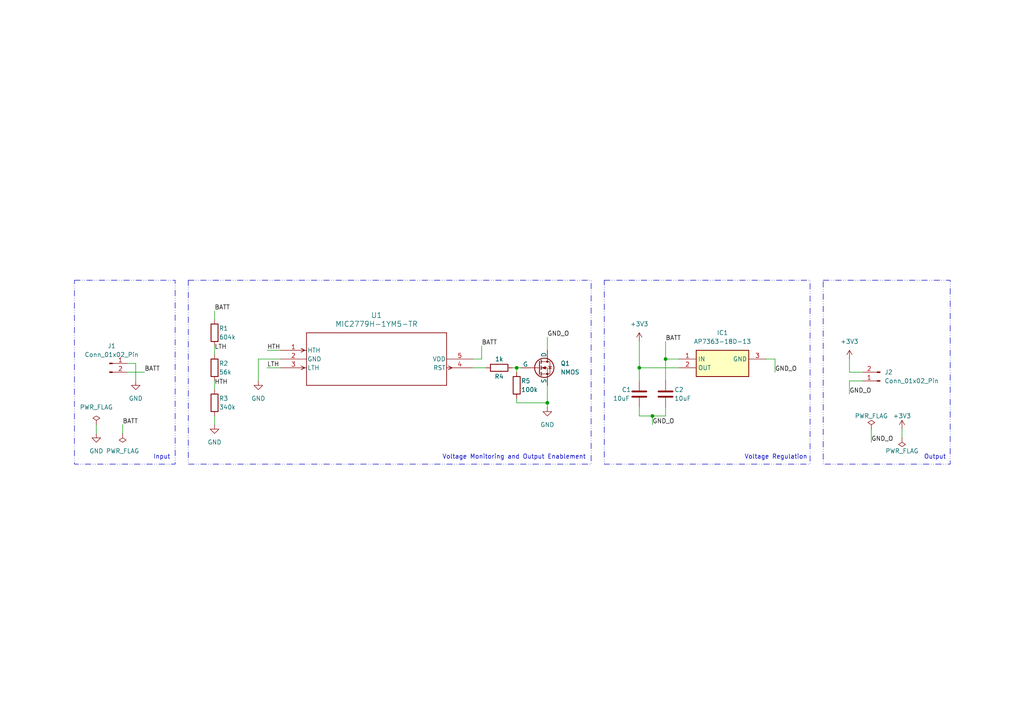
<source format=kicad_sch>
(kicad_sch (version 20230121) (generator eeschema)
  (paper "A4")
  (title_block (title "Battery Regulator Module") (date "2024-01-26") (rev "v1") (company "© John Greenwell 2024"))
  (lib_symbols
    (symbol "2024-01-25_14-08-50:MIC2779H-1YM5-TR" (pin_names (offset 0.254))
      (property "Reference" "U" (at 27.94 10.16 0))
      (property "Value" "MIC2779H-1YM5-TR" (at 27.94 7.62 0))
      (symbol "MIC2779H-1YM5-TR_0_1"
        (polyline (pts (xy 7.0993 -5.08) (xy 6.0579 -5.6007)) (stroke (width 0.2032)))
        (polyline (pts (xy 7.0993 -5.08) (xy 6.0579 -4.5593)) (stroke (width 0.2032)))
        (polyline (pts (xy 7.0993 0) (xy 6.0579 -0.5207)) (stroke (width 0.2032)))
        (polyline (pts (xy 7.0993 0) (xy 6.0579 0.5207)) (stroke (width 0.2032)))
        (polyline (pts (xy 7.62 -10.16) (xy 48.26 -10.16)) (stroke (width 0.2032)))
        (polyline (pts (xy 7.62 5.08) (xy 7.62 -10.16)) (stroke (width 0.2032)))
        (polyline (pts (xy 48.26 -10.16) (xy 48.26 5.08)) (stroke (width 0.2032)))
        (polyline (pts (xy 48.26 5.08) (xy 7.62 5.08)) (stroke (width 0.2032)))
        (polyline (pts (xy 48.7807 -5.6007) (xy 49.8221 -5.08)) (stroke (width 0.2032)))
        (polyline (pts (xy 48.7807 -4.5593) (xy 49.8221 -5.08)) (stroke (width 0.2032)))
        (pin input line (at 0 0 0) (length 7.62) (name "HTH") (number "1"))
        (pin power_in line (at 0 -2.54 0) (length 7.62) (name "GND") (number "2"))
        (pin input line (at 0 -5.08 0) (length 7.62) (name "LTH") (number "3"))
        (pin output line (at 55.88 -5.08 180) (length 7.62) (name "RST") (number "4"))
        (pin power_in line (at 55.88 -2.54 180) (length 7.62) (name "VDD") (number "5"))
      )
    )
    (symbol "AP7363-18D-13:AP7363-18D-13"
      (property "Reference" "IC" (at 21.59 7.62 0))
      (property "Value" "AP7363-18D-13" (at 21.59 5.08 0))
      (symbol "AP7363-18D-13_1_1"
        (rectangle (start 5.08 2.54) (end 20.32 -5.08) (stroke (width 0.254)) (fill (type background)))
        (pin passive line (at 0 0 0) (length 5.08) (name "IN") (number "1"))
        (pin passive line (at 0 -2.54 0) (length 5.08) (name "OUT") (number "2"))
        (pin passive line (at 25.4 0 180) (length 5.08) (name "GND") (number "3"))
      )
    )
    (symbol "Connector:Conn_01x02_Pin" (pin_names (offset 1.016) hide)
      (property "Reference" "J" (at 0 2.54 0))
      (property "Value" "Conn_01x02_Pin" (at 0 -5.08 0))
      (symbol "Conn_01x02_Pin_1_1"
        (polyline (pts (xy 1.27 -2.54) (xy 0.8636 -2.54)) (stroke (width 0.1524)))
        (polyline (pts (xy 1.27 0) (xy 0.8636 0)) (stroke (width 0.1524)))
        (rectangle (start 0.8636 -2.413) (end 0 -2.667) (stroke (width 0.1524)) (fill (type outline)))
        (rectangle (start 0.8636 0.127) (end 0 -0.127) (stroke (width 0.1524)) (fill (type outline)))
        (pin passive line (at 5.08 0 180) (length 3.81) (name "Pin_1") (number "1"))
        (pin passive line (at 5.08 -2.54 180) (length 3.81) (name "Pin_2") (number "2"))
      )
    )
    (symbol "Device:C" (pin_numbers hide) (pin_names (offset 0.254))
      (property "Reference" "C" (at 0.635 2.54 0))
      (property "Value" "C" (at 0.635 -2.54 0))
      (symbol "C_0_1"
        (polyline (pts (xy -2.032 -0.762) (xy 2.032 -0.762)) (stroke (width 0.508)))
        (polyline (pts (xy -2.032 0.762) (xy 2.032 0.762)) (stroke (width 0.508)))
      )
      (symbol "C_1_1"
        (pin passive line (at 0 3.81 270) (length 2.794) (name "~") (number "1"))
        (pin passive line (at 0 -3.81 90) (length 2.794) (name "~") (number "2"))
      )
    )
    (symbol "Device:R" (pin_numbers hide) (pin_names (offset 0))
      (property "Reference" "R" (at 2.032 0 90))
      (property "Value" "R" (at 0 0 90))
      (symbol "R_0_1"
        (rectangle (start -1.016 -2.54) (end 1.016 2.54) (stroke (width 0.254)))
      )
      (symbol "R_1_1"
        (pin passive line (at 0 3.81 270) (length 1.27) (name "~") (number "1"))
        (pin passive line (at 0 -3.81 90) (length 1.27) (name "~") (number "2"))
      )
    )
    (symbol "Simulation_SPICE:NMOS" (pin_numbers hide) (pin_names (offset 0))
      (property "Reference" "Q" (at 5.08 1.27 0))
      (property "Value" "NMOS" (at 5.08 -1.27 0))
      (symbol "NMOS_0_1"
        (polyline (pts (xy 0.254 0) (xy -2.54 0)))
        (polyline (pts (xy 0.254 1.905) (xy 0.254 -1.905)) (stroke (width 0.254)))
        (polyline (pts (xy 0.762 -1.27) (xy 0.762 -2.286)) (stroke (width 0.254)))
        (polyline (pts (xy 0.762 0.508) (xy 0.762 -0.508)) (stroke (width 0.254)))
        (polyline (pts (xy 0.762 2.286) (xy 0.762 1.27)) (stroke (width 0.254)))
        (polyline (pts (xy 2.54 2.54) (xy 2.54 1.778)))
        (polyline (pts (xy 2.54 -2.54) (xy 2.54 0) (xy 0.762 0)))
        (polyline (pts (xy 0.762 -1.778) (xy 3.302 -1.778) (xy 3.302 1.778) (xy 0.762 1.778)))
        (polyline (pts (xy 1.016 0) (xy 2.032 0.381) (xy 2.032 -0.381) (xy 1.016 0)) (fill (type outline)))
        (polyline (pts (xy 2.794 0.508) (xy 2.921 0.381) (xy 3.683 0.381) (xy 3.81 0.254)))
        (polyline (pts (xy 3.302 0.381) (xy 2.921 -0.254) (xy 3.683 -0.254) (xy 3.302 0.381)))
        (circle (center 1.651 0) (radius 2.794) (stroke (width 0.254)))
        (circle (center 2.54 -1.778) (radius 0.254) (fill (type outline)))
        (circle (center 2.54 1.778) (radius 0.254) (fill (type outline)))
      )
      (symbol "NMOS_1_1"
        (pin passive line (at 2.54 5.08 270) (length 2.54) (name "D") (number "1"))
        (pin input line (at -5.08 0 0) (length 2.54) (name "G") (number "2"))
        (pin passive line (at 2.54 -5.08 90) (length 2.54) (name "S") (number "3"))
      )
    )
    (symbol "power:+3V3" (power) (pin_names (offset 0))
      (property "Value" "+3V3" (at 0 3.556 0))
      (symbol "+3V3_0_1"
        (polyline (pts (xy -0.762 1.27) (xy 0 2.54)))
        (polyline (pts (xy 0 0) (xy 0 2.54)))
        (polyline (pts (xy 0 2.54) (xy 0.762 1.27)))
      )
      (symbol "+3V3_1_1"
        (pin power_in line (at 0 0 90) (length 0) hide (name "+3V3") (number "1"))
      )
    )
    (symbol "power:GND" (power) (pin_names (offset 0))
      (property "Value" "GND" (at 0 -3.81 0))
      (symbol "GND_0_1"
        (polyline (pts (xy 0 0) (xy 0 -1.27) (xy 1.27 -1.27) (xy 0 -2.54) (xy -1.27 -1.27) (xy 0 -1.27)))
      )
      (symbol "GND_1_1"
        (pin power_in line (at 0 0 270) (length 0) hide (name "GND") (number "1"))
      )
    )
    (symbol "power:PWR_FLAG" (power) (pin_numbers hide) (pin_names (offset 0) hide)
      (property "Value" "PWR_FLAG" (at 0 3.81 0))
      (symbol "PWR_FLAG_0_0"
        (pin power_out line (at 0 0 90) (length 0) (name "pwr") (number "1"))
      )
      (symbol "PWR_FLAG_0_1"
        (polyline (pts (xy 0 0) (xy 0 1.27) (xy -1.016 1.905) (xy 0 2.54) (xy 1.016 1.905) (xy 0 1.27)))
      )
    )
  )
  (junction (at 149.86 106.68))
  (junction (at 189.23 120.65))
  (junction (at 193.04 104.14))
  (junction (at 158.75 116.84))
  (junction (at 185.42 106.68))
  (wire (pts (xy 193.04 104.14) (xy 193.04 110.49)))
  (wire (pts (xy 222.25 104.14) (xy 224.79 104.14)))
  (wire (pts (xy 193.04 104.14) (xy 193.04 99.06)))
  (wire (pts (xy 246.38 107.95) (xy 246.38 104.14)))
  (wire (pts (xy 77.47 106.68) (xy 81.28 106.68)))
  (wire (pts (xy 252.73 124.46) (xy 252.73 128.27)))
  (wire (pts (xy 158.75 111.76) (xy 158.75 116.84)))
  (wire (pts (xy 139.7 104.14) (xy 137.16 104.14)))
  (wire (pts (xy 250.19 107.95) (xy 246.38 107.95)))
  (wire (pts (xy 62.23 120.65) (xy 62.23 123.19)))
  (wire (pts (xy 149.86 116.84) (xy 158.75 116.84)))
  (wire (pts (xy 62.23 100.33) (xy 62.23 102.87)))
  (wire (pts (xy 185.42 106.68) (xy 196.85 106.68)))
  (wire (pts (xy 196.85 104.14) (xy 193.04 104.14)))
  (wire (pts (xy 62.23 110.49) (xy 62.23 113.03)))
  (wire (pts (xy 185.42 120.65) (xy 189.23 120.65)))
  (wire (pts (xy 193.04 118.11) (xy 193.04 120.65)))
  (wire (pts (xy 35.56 123.19) (xy 35.56 125.73)))
  (wire (pts (xy 185.42 120.65) (xy 185.42 118.11)))
  (wire (pts (xy 250.19 110.49) (xy 246.38 110.49)))
  (wire (pts (xy 148.59 106.68) (xy 149.86 106.68)))
  (wire (pts (xy 189.23 120.65) (xy 189.23 123.19)))
  (wire (pts (xy 62.23 92.71) (xy 62.23 90.17)))
  (wire (pts (xy 36.83 105.41) (xy 39.37 105.41)))
  (wire (pts (xy 27.94 123.19) (xy 27.94 125.73)))
  (wire (pts (xy 224.79 104.14) (xy 224.79 107.95)))
  (wire (pts (xy 149.86 106.68) (xy 149.86 107.95)))
  (wire (pts (xy 193.04 120.65) (xy 189.23 120.65)))
  (wire (pts (xy 36.83 107.95) (xy 41.91 107.95)))
  (wire (pts (xy 81.28 104.14) (xy 74.93 104.14)))
  (wire (pts (xy 149.86 106.68) (xy 151.13 106.68)))
  (wire (pts (xy 74.93 104.14) (xy 74.93 110.49)))
  (wire (pts (xy 185.42 106.68) (xy 185.42 110.49)))
  (wire (pts (xy 139.7 100.33) (xy 139.7 104.14)))
  (wire (pts (xy 261.62 124.46) (xy 261.62 127)))
  (wire (pts (xy 77.47 101.6) (xy 81.28 101.6)))
  (wire (pts (xy 185.42 99.06) (xy 185.42 106.68)))
  (wire (pts (xy 158.75 116.84) (xy 158.75 118.11)))
  (wire (pts (xy 39.37 105.41) (xy 39.37 110.49)))
  (wire (pts (xy 246.38 110.49) (xy 246.38 114.3)))
  (wire (pts (xy 149.86 115.57) (xy 149.86 116.84)))
  (wire (pts (xy 158.75 97.79) (xy 158.75 101.6)))
  (wire (pts (xy 137.16 106.68) (xy 140.97 106.68)))
  (rectangle (start 175.26 81.28) (end 234.95 134.62) (stroke (width 0) (type dash_dot_dot)))
  (rectangle (start 238.76 81.28) (end 275.59 134.62) (stroke (width 0) (type dash_dot_dot)))
  (rectangle (start 54.61 81.28) (end 171.45 134.62) (stroke (width 0) (type dash_dot_dot)))
  (rectangle (start 21.59 81.28) (end 50.8 134.62) (stroke (width 0) (type dash_dot_dot)))
  (text "Voltage Regulation" (at 215.9 133.35 0) (effects (font (size 1.27 1.27)) (justify left bottom)))
  (text "Input" (at 44.45 133.35 0) (effects (font (size 1.27 1.27)) (justify left bottom)))
  (text "Output" (at 267.97 133.35 0) (effects (font (size 1.27 1.27)) (justify left bottom)))
  (text "Voltage Monitoring and Output Enablement" (at 128.27 133.35 0) (effects (font (size 1.27 1.27)) (justify left bottom)))
  (label "BATT" (at 41.91 107.95 0))
  (label "GND_O" (at 252.73 128.27 0))
  (label "GND_O" (at 189.23 123.19 0))
  (label "LTH" (at 62.23 101.6 0))
  (label "GND_O" (at 246.38 114.3 0))
  (label "GND_O" (at 224.79 107.95 0))
  (label "BATT" (at 35.56 123.19 0))
  (label "HTH" (at 77.47 101.6 0))
  (label "GND_O" (at 158.75 97.79 0))
  (label "HTH" (at 62.23 111.76 0))
  (label "LTH" (at 77.47 106.68 0))
  (label "BATT" (at 193.04 99.06 0))
  (label "BATT" (at 139.7 100.33 0))
  (label "BATT" (at 62.23 90.17 0))
  (symbol (lib_id "power:PWR_FLAG") (at 261.62 127 180) (unit 1)
    (property "Reference" "#FLG04" (effects hide))
    (property "Value" "PWR_FLAG" (at 261.62 130.81 0))
  )
  (symbol (lib_id "Device:R") (at 62.23 96.52 0) (unit 1)
    (property "Reference" "R1" (at 63.5 95.25 0) (effects (justify left)))
    (property "Value" "604k" (at 63.5 97.79 0) (effects (justify left)))
    (property "Footprint" "Resistor_SMD:R_0603_1608Metric_Pad0.98x0.95mm_HandSolder" (effects hide))
  )
  (symbol (lib_id "Device:R") (at 149.86 111.76 0) (unit 1)
    (property "Reference" "R5" (at 151.13 110.49 0) (effects (justify left)))
    (property "Value" "100k" (at 151.13 113.03 0) (effects (justify left)))
    (property "Footprint" "Resistor_SMD:R_0603_1608Metric_Pad0.98x0.95mm_HandSolder" (effects hide))
  )
  (symbol (lib_id "power:GND") (at 39.37 110.49 0) (unit 1)
    (property "Reference" "#PWR04" (effects hide))
    (property "Value" "GND" (at 39.37 115.57 0))
  )
  (symbol (lib_id "power:PWR_FLAG") (at 35.56 125.73 180) (unit 1)
    (property "Reference" "#FLG02" (effects hide))
    (property "Value" "PWR_FLAG" (at 35.56 130.81 0))
  )
  (symbol (lib_id "Connector:Conn_01x02_Pin") (at 255.27 110.49 180) (unit 1)
    (property "Reference" "J2" (at 256.54 107.95 0) (effects (justify right)))
    (property "Value" "Conn_01x02_Pin" (at 256.54 110.49 0) (effects (justify right)))
    (property "Footprint" "Connector_PinHeader_2.54mm:PinHeader_1x02_P2.54mm_Vertical" (effects hide))
  )
  (symbol (lib_id "Connector:Conn_01x02_Pin") (at 31.75 105.41 0) (unit 1)
    (property "Reference" "J1" (at 32.385 100.33 0))
    (property "Value" "Conn_01x02_Pin" (at 32.385 102.87 0))
    (property "Footprint" "Connector_PinHeader_2.54mm:PinHeader_1x02_P2.54mm_Vertical" (effects hide))
  )
  (symbol (lib_id "power:GND") (at 158.75 118.11 0) (unit 1)
    (property "Reference" "#PWR01" (effects hide))
    (property "Value" "GND" (at 158.75 123.19 0))
  )
  (symbol (lib_id "AP7363-18D-13:AP7363-18D-13") (at 196.85 104.14 0) (unit 1)
    (property "Reference" "IC1" (at 209.55 96.52 0))
    (property "Value" "AP7363-18D-13" (at 209.55 99.06 0))
    (property "Footprint" "Footprints:TO252__DPAK__1" (effects hide))
    (property "Datasheet" "https://www.diodes.com/assets/Datasheets/AP7363.pdf" (effects hide))
    (property "Manufacturer_Name" "Diodes Incorporated" (effects hide))
    (property "Manufacturer_Part_Number" "AP7363-18D-13" (effects hide))
    (property "Mouser Part Number" "621-AP7363-18D-13" (effects hide))
    (property "Mouser Price/Stock" "https://www.mouser.co.uk/ProductDetail/Diodes-Incorporated/AP7363-18D-13?qs=wo71MgyKIyHspwNBCVf1qw%3D%3D" (effects hide))
    (property "Arrow Part Number" "AP7363-18D-13" (effects hide))
    (property "Arrow Price/Stock" "https://www.arrow.com/en/products/ap7363-18d-13/diodes-incorporated" (effects hide))
  )
  (symbol (lib_id "Simulation_SPICE:NMOS") (at 156.21 106.68 0) (unit 1)
    (property "Reference" "Q1" (at 162.56 105.41 0) (effects (justify left)))
    (property "Value" "NMOS" (at 162.56 107.95 0) (effects (justify left)))
    (property "Footprint" "Package_TO_SOT_SMD:SOT-323_SC-70_Handsoldering" (effects hide))
    (property "Datasheet" "https://ngspice.sourceforge.io/docs/ngspice-manual.pdf" (effects hide))
    (property "Sim.Device" "NMOS" (effects hide))
    (property "Sim.Type" "VDMOS" (effects hide))
    (property "Sim.Pins" "1=D 2=G 3=S" (effects hide))
  )
  (symbol (lib_id "power:PWR_FLAG") (at 252.73 124.46 0) (unit 1)
    (property "Reference" "#FLG03" (effects hide))
    (property "Value" "PWR_FLAG" (at 252.73 120.65 0))
  )
  (symbol (lib_id "Device:R") (at 144.78 106.68 90) (unit 1)
    (property "Reference" "R4" (at 144.78 109.22 90))
    (property "Value" "1k" (at 144.78 104.14 90))
    (property "Footprint" "Resistor_SMD:R_0603_1608Metric_Pad0.98x0.95mm_HandSolder" (effects hide))
  )
  (symbol (lib_id "power:+3V3") (at 261.62 124.46 0) (unit 1)
    (property "Reference" "#PWR09" (effects hide))
    (property "Value" "+3V3" (at 261.62 120.65 0))
  )
  (symbol (lib_id "power:GND") (at 62.23 123.19 0) (unit 1)
    (property "Reference" "#PWR05" (effects hide))
    (property "Value" "GND" (at 62.23 128.27 0))
  )
  (symbol (lib_id "power:+3V3") (at 185.42 99.06 0) (unit 1)
    (property "Reference" "#PWR02" (effects hide))
    (property "Value" "+3V3" (at 185.42 93.98 0))
  )
  (symbol (lib_id "2024-01-25_14-08-50:MIC2779H-1YM5-TR") (at 81.28 101.6 0) (unit 1)
    (property "Reference" "U1" (at 109.22 91.44 0) (effects (font (size 1.524 1.524))))
    (property "Value" "MIC2779H-1YM5-TR" (at 109.22 93.98 0) (effects (font (size 1.524 1.524))))
    (property "Footprint" "Footprints:SOT-23-5_M5_MCH-L" (effects hide))
    (property "Datasheet" "MIC2779H-1YM5-TR" (effects hide))
  )
  (symbol (lib_id "Device:C") (at 185.42 114.3 0) (unit 1)
    (property "Reference" "C1" (at 180.34 113.03 0) (effects (justify left)))
    (property "Value" "10uF" (at 177.8 115.57 0) (effects (justify left)))
    (property "Footprint" "Capacitor_SMD:C_0603_1608Metric" (effects hide))
  )
  (symbol (lib_id "power:+3V3") (at 246.38 104.14 0) (unit 1)
    (property "Reference" "#PWR03" (effects hide))
    (property "Value" "+3V3" (at 246.38 99.06 0))
  )
  (symbol (lib_id "Device:C") (at 193.04 114.3 0) (unit 1)
    (property "Reference" "C2" (at 195.58 113.03 0) (effects (justify left)))
    (property "Value" "10uF" (at 195.58 115.57 0) (effects (justify left)))
    (property "Footprint" "Capacitor_SMD:C_0603_1608Metric" (effects hide))
  )
  (symbol (lib_id "Device:R") (at 62.23 116.84 0) (unit 1)
    (property "Reference" "R3" (at 63.5 115.57 0) (effects (justify left)))
    (property "Value" "340k" (at 63.5 118.11 0) (effects (justify left)))
    (property "Footprint" "Resistor_SMD:R_0603_1608Metric_Pad0.98x0.95mm_HandSolder" (effects hide))
  )
  (symbol (lib_id "Device:R") (at 62.23 106.68 0) (unit 1)
    (property "Reference" "R2" (at 63.5 105.41 0) (effects (justify left)))
    (property "Value" "56k" (at 63.5 107.95 0) (effects (justify left)))
    (property "Footprint" "Resistor_SMD:R_0603_1608Metric_Pad0.98x0.95mm_HandSolder" (effects hide))
  )
  (symbol (lib_id "power:GND") (at 74.93 110.49 0) (unit 1)
    (property "Reference" "#PWR06" (effects hide))
    (property "Value" "GND" (at 74.93 115.57 0))
  )
  (symbol (lib_id "power:PWR_FLAG") (at 27.94 123.19 0) (unit 1)
    (property "Reference" "#FLG01" (effects hide))
    (property "Value" "PWR_FLAG" (at 27.94 118.11 0))
  )
  (symbol (lib_id "power:GND") (at 27.94 125.73 0) (unit 1)
    (property "Reference" "#PWR08" (effects hide))
    (property "Value" "GND" (at 27.94 130.81 0))
  )
)
</source>
